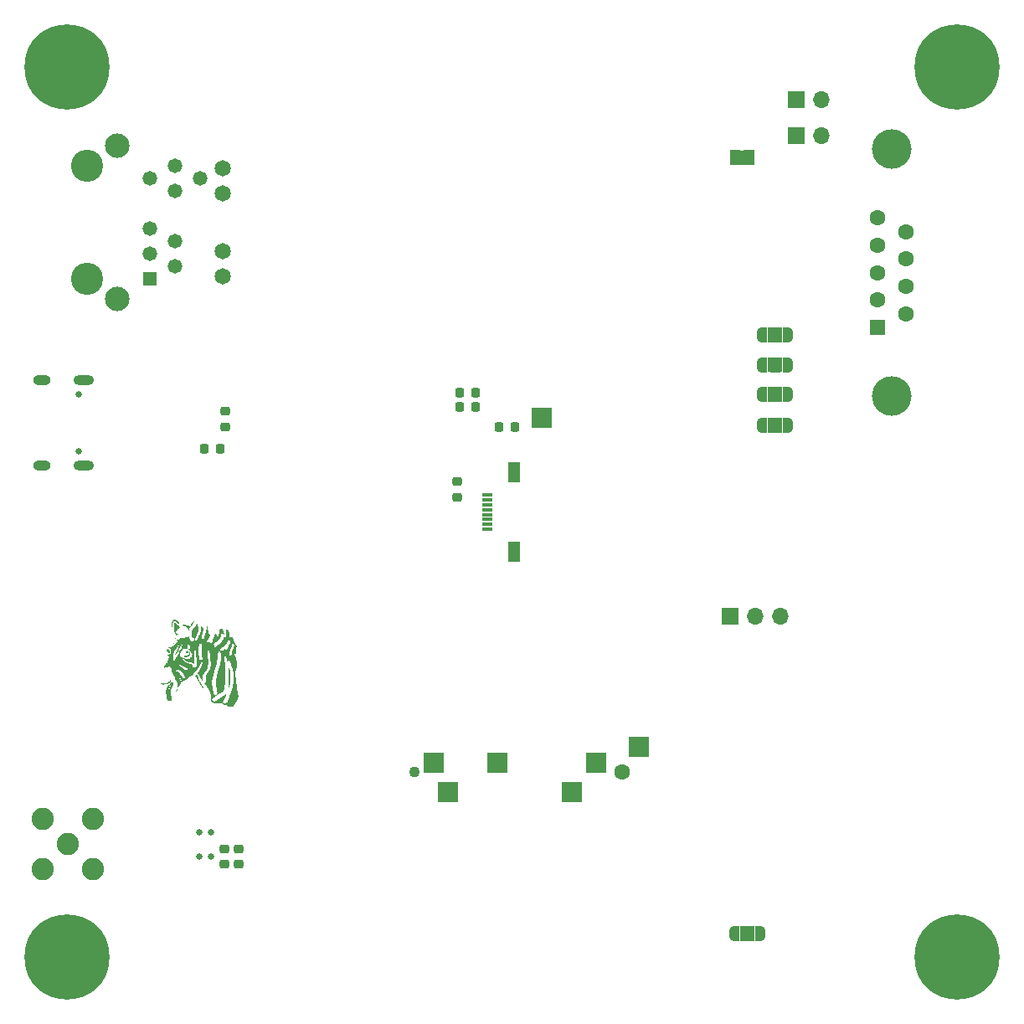
<source format=gbr>
%TF.GenerationSoftware,KiCad,Pcbnew,9.0.0-1.fc41*%
%TF.CreationDate,2025-03-05T15:22:44-08:00*%
%TF.ProjectId,hw_alpha,68775f61-6c70-4686-912e-6b696361645f,rev?*%
%TF.SameCoordinates,Original*%
%TF.FileFunction,Soldermask,Bot*%
%TF.FilePolarity,Negative*%
%FSLAX46Y46*%
G04 Gerber Fmt 4.6, Leading zero omitted, Abs format (unit mm)*
G04 Created by KiCad (PCBNEW 9.0.0-1.fc41) date 2025-03-05 15:22:44*
%MOMM*%
%LPD*%
G01*
G04 APERTURE LIST*
G04 Aperture macros list*
%AMRoundRect*
0 Rectangle with rounded corners*
0 $1 Rounding radius*
0 $2 $3 $4 $5 $6 $7 $8 $9 X,Y pos of 4 corners*
0 Add a 4 corners polygon primitive as box body*
4,1,4,$2,$3,$4,$5,$6,$7,$8,$9,$2,$3,0*
0 Add four circle primitives for the rounded corners*
1,1,$1+$1,$2,$3*
1,1,$1+$1,$4,$5*
1,1,$1+$1,$6,$7*
1,1,$1+$1,$8,$9*
0 Add four rect primitives between the rounded corners*
20,1,$1+$1,$2,$3,$4,$5,0*
20,1,$1+$1,$4,$5,$6,$7,0*
20,1,$1+$1,$6,$7,$8,$9,0*
20,1,$1+$1,$8,$9,$2,$3,0*%
%AMFreePoly0*
4,1,23,0.550000,-0.750000,0.000000,-0.750000,0.000000,-0.745722,-0.065263,-0.745722,-0.191342,-0.711940,-0.304381,-0.646677,-0.396677,-0.554381,-0.461940,-0.441342,-0.495722,-0.315263,-0.495722,-0.250000,-0.500000,-0.250000,-0.500000,0.250000,-0.495722,0.250000,-0.495722,0.315263,-0.461940,0.441342,-0.396677,0.554381,-0.304381,0.646677,-0.191342,0.711940,-0.065263,0.745722,0.000000,0.745722,
0.000000,0.750000,0.550000,0.750000,0.550000,-0.750000,0.550000,-0.750000,$1*%
%AMFreePoly1*
4,1,23,0.000000,0.745722,0.065263,0.745722,0.191342,0.711940,0.304381,0.646677,0.396677,0.554381,0.461940,0.441342,0.495722,0.315263,0.495722,0.250000,0.500000,0.250000,0.500000,-0.250000,0.495722,-0.250000,0.495722,-0.315263,0.461940,-0.441342,0.396677,-0.554381,0.304381,-0.646677,0.191342,-0.711940,0.065263,-0.745722,0.000000,-0.745722,0.000000,-0.750000,-0.550000,-0.750000,
-0.550000,0.750000,0.000000,0.750000,0.000000,0.745722,0.000000,0.745722,$1*%
%AMFreePoly2*
4,1,6,1.000000,0.000000,0.500000,-0.750000,-0.500000,-0.750000,-0.500000,0.750000,0.500000,0.750000,1.000000,0.000000,1.000000,0.000000,$1*%
%AMFreePoly3*
4,1,6,0.500000,-0.750000,-0.650000,-0.750000,-0.150000,0.000000,-0.650000,0.750000,0.500000,0.750000,0.500000,-0.750000,0.500000,-0.750000,$1*%
G04 Aperture macros list end*
%ADD10C,0.000000*%
%ADD11R,1.700000X1.700000*%
%ADD12O,1.700000X1.700000*%
%ADD13C,3.250000*%
%ADD14R,1.478000X1.478000*%
%ADD15C,1.478000*%
%ADD16C,1.650000*%
%ADD17C,2.475000*%
%ADD18C,0.900000*%
%ADD19C,8.600000*%
%ADD20C,2.250000*%
%ADD21C,1.100000*%
%ADD22C,1.600000*%
%ADD23C,0.650000*%
%ADD24O,2.100000X1.000000*%
%ADD25O,1.800000X1.000000*%
%ADD26C,0.630000*%
%ADD27C,4.000000*%
%ADD28R,1.600000X1.600000*%
%ADD29R,2.000000X2.000000*%
%ADD30FreePoly0,180.000000*%
%ADD31R,1.000000X1.500000*%
%ADD32FreePoly1,180.000000*%
%ADD33RoundRect,0.225000X-0.225000X-0.250000X0.225000X-0.250000X0.225000X0.250000X-0.225000X0.250000X0*%
%ADD34FreePoly0,0.000000*%
%ADD35FreePoly1,0.000000*%
%ADD36RoundRect,0.225000X0.225000X0.250000X-0.225000X0.250000X-0.225000X-0.250000X0.225000X-0.250000X0*%
%ADD37RoundRect,0.225000X0.250000X-0.225000X0.250000X0.225000X-0.250000X0.225000X-0.250000X-0.225000X0*%
%ADD38RoundRect,0.225000X-0.250000X0.225000X-0.250000X-0.225000X0.250000X-0.225000X0.250000X0.225000X0*%
%ADD39FreePoly2,0.000000*%
%ADD40FreePoly3,0.000000*%
%ADD41R,1.000000X0.300000*%
%ADD42R,1.300000X2.000000*%
G04 APERTURE END LIST*
%TO.C,JP4*%
G36*
X117350000Y-65487292D02*
G01*
X115850000Y-65487292D01*
X115850000Y-66987292D01*
X117350000Y-66987292D01*
X117350000Y-65487292D01*
G37*
%TO.C,JP3*%
G36*
X117350000Y-56344792D02*
G01*
X115850000Y-56344792D01*
X115850000Y-57844792D01*
X117350000Y-57844792D01*
X117350000Y-56344792D01*
G37*
%TO.C,JP5*%
G36*
X113050000Y-118350000D02*
G01*
X114550000Y-118350000D01*
X114550000Y-116850000D01*
X113050000Y-116850000D01*
X113050000Y-118350000D01*
G37*
%TO.C,JP1*%
G36*
X117350000Y-59344792D02*
G01*
X115850000Y-59344792D01*
X115850000Y-60844792D01*
X117350000Y-60844792D01*
X117350000Y-59344792D01*
G37*
%TO.C,JP2*%
G36*
X117350000Y-62344792D02*
G01*
X115850000Y-62344792D01*
X115850000Y-63844792D01*
X117350000Y-63844792D01*
X117350000Y-62344792D01*
G37*
%TO.C,JP6*%
G36*
X112100000Y-39925000D02*
G01*
X114550000Y-39925000D01*
X114550000Y-38425000D01*
X112100000Y-38425000D01*
X112100000Y-39925000D01*
G37*
D10*
%TO.C,G\u002A\u002A\u002A*%
G36*
X61263586Y-90151297D02*
G01*
X61253817Y-90161067D01*
X61244047Y-90151297D01*
X61253817Y-90141528D01*
X61263586Y-90151297D01*
G37*
G36*
X55051393Y-89244319D02*
G01*
X55079663Y-89262297D01*
X55078524Y-89274314D01*
X55051508Y-89281836D01*
X55027692Y-89278018D01*
X55011278Y-89262297D01*
X55014180Y-89253683D01*
X55039433Y-89242759D01*
X55051393Y-89244319D01*
G37*
G36*
X55181666Y-92490004D02*
G01*
X55181208Y-92521279D01*
X55165548Y-92568106D01*
X55164767Y-92569551D01*
X55145071Y-92595310D01*
X55134841Y-92589912D01*
X55136003Y-92560327D01*
X55150481Y-92513526D01*
X55158594Y-92494959D01*
X55172753Y-92475354D01*
X55181666Y-92490004D01*
G37*
G36*
X55141404Y-88762065D02*
G01*
X55124570Y-88777608D01*
X55085097Y-88799992D01*
X55037731Y-88821673D01*
X55002468Y-88831389D01*
X54991740Y-88821685D01*
X55000538Y-88812388D01*
X55034194Y-88794053D01*
X55078968Y-88775062D01*
X55119627Y-88761691D01*
X55140940Y-88760215D01*
X55141404Y-88762065D01*
G37*
G36*
X55854187Y-88208239D02*
G01*
X55823353Y-88243765D01*
X55808595Y-88258865D01*
X55771050Y-88291785D01*
X55747056Y-88304913D01*
X55742666Y-88303462D01*
X55747630Y-88286502D01*
X55771503Y-88257862D01*
X55805652Y-88226877D01*
X55841444Y-88202878D01*
X55856639Y-88197001D01*
X55854187Y-88208239D01*
G37*
G36*
X57250853Y-89052389D02*
G01*
X57286080Y-89092169D01*
X57293964Y-89147668D01*
X57291670Y-89156613D01*
X57265264Y-89197998D01*
X57221120Y-89237203D01*
X57189876Y-89257586D01*
X57149386Y-89277371D01*
X57116538Y-89277194D01*
X57076186Y-89259372D01*
X57043081Y-89237952D01*
X57007861Y-89189907D01*
X57010784Y-89135067D01*
X57052159Y-89075794D01*
X57076585Y-89055744D01*
X57136556Y-89031338D01*
X57197829Y-89031166D01*
X57250853Y-89052389D01*
G37*
G36*
X56177602Y-92859776D02*
G01*
X56184604Y-92877162D01*
X56193087Y-92914073D01*
X56183814Y-92948847D01*
X56153928Y-92998177D01*
X56142234Y-93014628D01*
X56092228Y-93070663D01*
X56041150Y-93112064D01*
X56030157Y-93118734D01*
X55992059Y-93141251D01*
X55974869Y-93150378D01*
X55980937Y-93138928D01*
X56003702Y-93103084D01*
X56038015Y-93051321D01*
X56065559Y-93007041D01*
X56103487Y-92935058D01*
X56127970Y-92874605D01*
X56151215Y-92797020D01*
X56177602Y-92859776D01*
G37*
G36*
X56886970Y-89008910D02*
G01*
X56886568Y-89012982D01*
X56869811Y-89027836D01*
X56853044Y-89040317D01*
X56820981Y-89077438D01*
X56781888Y-89130582D01*
X56764388Y-89156615D01*
X56730696Y-89216712D01*
X56714769Y-89272060D01*
X56710503Y-89340620D01*
X56709726Y-89390181D01*
X56706184Y-89423523D01*
X56697496Y-89428178D01*
X56681195Y-89409986D01*
X56680801Y-89409463D01*
X56657259Y-89360579D01*
X56658389Y-89304111D01*
X56685578Y-89233795D01*
X56740212Y-89143366D01*
X56761474Y-89112567D01*
X56810897Y-89048526D01*
X56850723Y-89007671D01*
X56877300Y-88993350D01*
X56886970Y-89008910D01*
G37*
G36*
X55200092Y-88852049D02*
G01*
X55251394Y-88862375D01*
X55304511Y-88885498D01*
X55346138Y-88914258D01*
X55362970Y-88941494D01*
X55363466Y-88947423D01*
X55377062Y-88989177D01*
X55403458Y-89039887D01*
X55424083Y-89082321D01*
X55429945Y-89152203D01*
X55397264Y-89218336D01*
X55394937Y-89220800D01*
X55359882Y-89236387D01*
X55307824Y-89242759D01*
X55276739Y-89241806D01*
X55253859Y-89234978D01*
X55261370Y-89219313D01*
X55284499Y-89181522D01*
X55271726Y-89155023D01*
X55225313Y-89145067D01*
X55191241Y-89140021D01*
X55131810Y-89108427D01*
X55087368Y-89057499D01*
X55069894Y-88998528D01*
X55079823Y-88958598D01*
X55111744Y-88908305D01*
X55154544Y-88868302D01*
X55196633Y-88851990D01*
X55200092Y-88852049D01*
G37*
G36*
X61435118Y-90827528D02*
G01*
X61446473Y-90877539D01*
X61476551Y-91046271D01*
X61501438Y-91242144D01*
X61520311Y-91456431D01*
X61532347Y-91680401D01*
X61536723Y-91905326D01*
X61536647Y-92011192D01*
X61535300Y-92107746D01*
X61531444Y-92183339D01*
X61523871Y-92247764D01*
X61511372Y-92310811D01*
X61492737Y-92382273D01*
X61466757Y-92471942D01*
X61437310Y-92568835D01*
X61406029Y-92666145D01*
X61377893Y-92748366D01*
X61356634Y-92804238D01*
X61341010Y-92839766D01*
X61321911Y-92879125D01*
X61312743Y-92892161D01*
X61312195Y-92886586D01*
X61313379Y-92850542D01*
X61317271Y-92788949D01*
X61323342Y-92710836D01*
X61337160Y-92540387D01*
X61357714Y-92254864D01*
X61372838Y-91990882D01*
X61383028Y-91737453D01*
X61388779Y-91483588D01*
X61390586Y-91218297D01*
X61390586Y-90644066D01*
X61435118Y-90827528D01*
G37*
G36*
X57389073Y-89106493D02*
G01*
X57422867Y-89129528D01*
X57450173Y-89179106D01*
X57466632Y-89244460D01*
X57467881Y-89314824D01*
X57466169Y-89327924D01*
X57430999Y-89436088D01*
X57360126Y-89528507D01*
X57253648Y-89605085D01*
X57111663Y-89665726D01*
X57087895Y-89672692D01*
X56991287Y-89684375D01*
X56903615Y-89670253D01*
X56836204Y-89631724D01*
X56833448Y-89629111D01*
X56802161Y-89595306D01*
X56789278Y-89573490D01*
X56789618Y-89572475D01*
X56811939Y-89563643D01*
X56862268Y-89554060D01*
X56930932Y-89545629D01*
X57024686Y-89530124D01*
X57129075Y-89499920D01*
X57224542Y-89460106D01*
X57301078Y-89414923D01*
X57348671Y-89368614D01*
X57364007Y-89337857D01*
X57371790Y-89287384D01*
X57366508Y-89213446D01*
X57363429Y-89187324D01*
X57360326Y-89136396D01*
X57366499Y-89112155D01*
X57383294Y-89105990D01*
X57389073Y-89106493D01*
G37*
G36*
X58162489Y-91414865D02*
G01*
X58170274Y-91424494D01*
X58201501Y-91481775D01*
X58236631Y-91571107D01*
X58273602Y-91687431D01*
X58296784Y-91763075D01*
X58331709Y-91866206D01*
X58366501Y-91958704D01*
X58396254Y-92026990D01*
X58415649Y-92063455D01*
X58459631Y-92139581D01*
X58518269Y-92236672D01*
X58587243Y-92347964D01*
X58662234Y-92466695D01*
X58738922Y-92586100D01*
X58812989Y-92699416D01*
X58880115Y-92799879D01*
X58935980Y-92880727D01*
X58976266Y-92935197D01*
X59045970Y-93022788D01*
X58958104Y-92954735D01*
X58935572Y-92937025D01*
X58773935Y-92790415D01*
X58638328Y-92626950D01*
X58519709Y-92435926D01*
X58477166Y-92359273D01*
X58417629Y-92256141D01*
X58360055Y-92160373D01*
X58312508Y-92085605D01*
X58276460Y-92030656D01*
X58218163Y-91939698D01*
X58154807Y-91839082D01*
X58094923Y-91742271D01*
X57968585Y-91535705D01*
X58042257Y-91450166D01*
X58115930Y-91364626D01*
X58162489Y-91414865D01*
G37*
G36*
X55935091Y-85896368D02*
G01*
X56018162Y-85908346D01*
X56102219Y-85940723D01*
X56194758Y-85997112D01*
X56303273Y-86081129D01*
X56425737Y-86183044D01*
X56361158Y-86199779D01*
X56313240Y-86221243D01*
X56286650Y-86254482D01*
X56278216Y-86276259D01*
X56261678Y-86292451D01*
X56255455Y-86288956D01*
X56227707Y-86262363D01*
X56185074Y-86215316D01*
X56133887Y-86154640D01*
X56054844Y-86062552D01*
X55989684Y-85999482D01*
X55935852Y-85966244D01*
X55888706Y-85961100D01*
X55843604Y-85982314D01*
X55795907Y-86028148D01*
X55744345Y-86103251D01*
X55707245Y-86210747D01*
X55695233Y-86343316D01*
X55694283Y-86389045D01*
X55689645Y-86478038D01*
X55682465Y-86564141D01*
X55674420Y-86620889D01*
X55664254Y-86660356D01*
X55654697Y-86669584D01*
X55642410Y-86647013D01*
X55622070Y-86597262D01*
X55598972Y-86532414D01*
X55596703Y-86525533D01*
X55564086Y-86382093D01*
X55561011Y-86249950D01*
X55585500Y-86133032D01*
X55635576Y-86035262D01*
X55709262Y-85960566D01*
X55804580Y-85912870D01*
X55919551Y-85896099D01*
X55935091Y-85896368D01*
G37*
G36*
X55495679Y-91987640D02*
G01*
X55491078Y-92031519D01*
X55473966Y-92110676D01*
X55466523Y-92140015D01*
X55445024Y-92195496D01*
X55410480Y-92240778D01*
X55352678Y-92291048D01*
X55286128Y-92341551D01*
X55224021Y-92379160D01*
X55162333Y-92401118D01*
X55087917Y-92411925D01*
X54987629Y-92416086D01*
X54955278Y-92416972D01*
X54882067Y-92420945D01*
X54828239Y-92426683D01*
X54803641Y-92433267D01*
X54779906Y-92444086D01*
X54726783Y-92442535D01*
X54659993Y-92425373D01*
X54589937Y-92397020D01*
X54527019Y-92361897D01*
X54481639Y-92324424D01*
X54464201Y-92289022D01*
X54465194Y-92285311D01*
X54489383Y-92274393D01*
X54537073Y-92271330D01*
X54596407Y-92275451D01*
X54655525Y-92286081D01*
X54702570Y-92302548D01*
X54718662Y-92310123D01*
X54764094Y-92322829D01*
X54823550Y-92325840D01*
X54909181Y-92320192D01*
X54989069Y-92310196D01*
X55054176Y-92293697D01*
X55118727Y-92265279D01*
X55198761Y-92219356D01*
X55209425Y-92212766D01*
X55289331Y-92157283D01*
X55364846Y-92095824D01*
X55420900Y-92040520D01*
X55460448Y-91996602D01*
X55486043Y-91976761D01*
X55495679Y-91987640D01*
G37*
G36*
X57927641Y-86025090D02*
G01*
X57903533Y-86062422D01*
X57828280Y-86177251D01*
X57767518Y-86266442D01*
X57716828Y-86336137D01*
X57671792Y-86392476D01*
X57627991Y-86441603D01*
X57546379Y-86537086D01*
X57460809Y-86656845D01*
X57390949Y-86776367D01*
X57344395Y-86883811D01*
X57311038Y-86984241D01*
X57284498Y-86880538D01*
X57273440Y-86842982D01*
X57246384Y-86773109D01*
X57218226Y-86721036D01*
X57202545Y-86700513D01*
X57133278Y-86633434D01*
X57055015Y-86585943D01*
X56977314Y-86562764D01*
X56909736Y-86568620D01*
X56895126Y-86572774D01*
X56863971Y-86570368D01*
X56824876Y-86548957D01*
X56768114Y-86504108D01*
X56757961Y-86495528D01*
X56711118Y-86454107D01*
X56689530Y-86427672D01*
X56688727Y-86408023D01*
X56704236Y-86386960D01*
X56716227Y-86375075D01*
X56742869Y-86359279D01*
X56779336Y-86353789D01*
X56832494Y-86358947D01*
X56909210Y-86375097D01*
X57016350Y-86402583D01*
X57022509Y-86404225D01*
X57130301Y-86431788D01*
X57213258Y-86449895D01*
X57283204Y-86460810D01*
X57351964Y-86466793D01*
X57361222Y-86471013D01*
X57387201Y-86501286D01*
X57414288Y-86550817D01*
X57451233Y-86633337D01*
X57473047Y-86575963D01*
X57479375Y-86557923D01*
X57498052Y-86494347D01*
X57514987Y-86424740D01*
X57534499Y-86359428D01*
X57593024Y-86247141D01*
X57675250Y-86147226D01*
X57773175Y-86068583D01*
X57878795Y-86020114D01*
X57901186Y-86014219D01*
X57928769Y-86011768D01*
X57927641Y-86025090D01*
G37*
G36*
X55930405Y-86177976D02*
G01*
X55976524Y-86213961D01*
X56032697Y-86264768D01*
X56107593Y-86336459D01*
X56171858Y-86396778D01*
X56216498Y-86435888D01*
X56246075Y-86456960D01*
X56265152Y-86463165D01*
X56278289Y-86457674D01*
X56290050Y-86443658D01*
X56298067Y-86433624D01*
X56314138Y-86423186D01*
X56331480Y-86431494D01*
X56353575Y-86462861D01*
X56383904Y-86521601D01*
X56425948Y-86612028D01*
X56458651Y-86684676D01*
X56476798Y-86729735D01*
X56480801Y-86752062D01*
X56471788Y-86758087D01*
X56450884Y-86754237D01*
X56428779Y-86750698D01*
X56353780Y-86758256D01*
X56279206Y-86787849D01*
X56223552Y-86833067D01*
X56196483Y-86884543D01*
X56183586Y-86950778D01*
X56183537Y-86956473D01*
X56177623Y-86997863D01*
X56162937Y-87004919D01*
X56158943Y-87002837D01*
X56116373Y-87000135D01*
X56063729Y-87016260D01*
X56018875Y-87046107D01*
X56011399Y-87054581D01*
X55990071Y-87109463D01*
X55997364Y-87171456D01*
X56032163Y-87225478D01*
X56057659Y-87244636D01*
X56116041Y-87277673D01*
X56183586Y-87307694D01*
X56226977Y-87325120D01*
X56301124Y-87357853D01*
X56359432Y-87387019D01*
X56427817Y-87425197D01*
X56300817Y-87414745D01*
X56245678Y-87411626D01*
X56173992Y-87415656D01*
X56124970Y-87432498D01*
X56086620Y-87450676D01*
X56057872Y-87456646D01*
X56039495Y-87440109D01*
X56009060Y-87395100D01*
X55972450Y-87330389D01*
X55934237Y-87254611D01*
X55898994Y-87176400D01*
X55871296Y-87104388D01*
X55847156Y-87011517D01*
X55833348Y-86850388D01*
X55833872Y-86822305D01*
X55837422Y-86734409D01*
X55843562Y-86633093D01*
X55851607Y-86525847D01*
X55860871Y-86420162D01*
X55870666Y-86323529D01*
X55880305Y-86243437D01*
X55889103Y-86187379D01*
X55896372Y-86162844D01*
X55901551Y-86162204D01*
X55930405Y-86177976D01*
G37*
G36*
X55757651Y-92358083D02*
G01*
X55732473Y-92440363D01*
X55694105Y-92531764D01*
X55645687Y-92622913D01*
X55643015Y-92627435D01*
X55594863Y-92721489D01*
X55550586Y-92829312D01*
X55514151Y-92939032D01*
X55489526Y-93038775D01*
X55480679Y-93116670D01*
X55481043Y-93131714D01*
X55488146Y-93210319D01*
X55501327Y-93286837D01*
X55507767Y-93317528D01*
X55521365Y-93391757D01*
X55536640Y-93483607D01*
X55551346Y-93579914D01*
X55560246Y-93640909D01*
X55573356Y-93729758D01*
X55584350Y-93803116D01*
X55591502Y-93849390D01*
X55588785Y-93931877D01*
X55553970Y-94011519D01*
X55491528Y-94070997D01*
X55444195Y-94093294D01*
X55357477Y-94104768D01*
X55274251Y-94082256D01*
X55201976Y-94028470D01*
X55148112Y-93946122D01*
X55137711Y-93916994D01*
X55119506Y-93844729D01*
X55102574Y-93754224D01*
X55089556Y-93658451D01*
X55083054Y-93601785D01*
X55070601Y-93506264D01*
X55058019Y-93423024D01*
X55047230Y-93365374D01*
X55034576Y-93288799D01*
X55026847Y-93184014D01*
X55026819Y-93160220D01*
X55216693Y-93160220D01*
X55217499Y-93235051D01*
X55221129Y-93358233D01*
X55226994Y-93477921D01*
X55234337Y-93576326D01*
X55242480Y-93650817D01*
X55253730Y-93717471D01*
X55267372Y-93756915D01*
X55285108Y-93775838D01*
X55305620Y-93782752D01*
X55350653Y-93770040D01*
X55353014Y-93768253D01*
X55367882Y-93750996D01*
X55373882Y-93723423D01*
X55371623Y-93676161D01*
X55361715Y-93599836D01*
X55355093Y-93547130D01*
X55345197Y-93447017D01*
X55336350Y-93334390D01*
X55329896Y-93225070D01*
X55319173Y-92996842D01*
X55389918Y-92853666D01*
X55397691Y-92837631D01*
X55429701Y-92764413D01*
X55452179Y-92701254D01*
X55460663Y-92660347D01*
X55469281Y-92626013D01*
X55500223Y-92566494D01*
X55548586Y-92496977D01*
X55553131Y-92491090D01*
X55595311Y-92432833D01*
X55625174Y-92385177D01*
X55636509Y-92357946D01*
X55636296Y-92351089D01*
X55625863Y-92326490D01*
X55598056Y-92329551D01*
X55550549Y-92361237D01*
X55481013Y-92422514D01*
X55451297Y-92450758D01*
X55400741Y-92503429D01*
X55368244Y-92549886D01*
X55345651Y-92603438D01*
X55324803Y-92677394D01*
X55324017Y-92680446D01*
X55300839Y-92758382D01*
X55275155Y-92827364D01*
X55252379Y-92872779D01*
X55239625Y-92895131D01*
X55227999Y-92930839D01*
X55220965Y-92981589D01*
X55217527Y-93055383D01*
X55216693Y-93160220D01*
X55026819Y-93160220D01*
X55026719Y-93076103D01*
X55034137Y-92978895D01*
X55049046Y-92906220D01*
X55053103Y-92894604D01*
X55077258Y-92832916D01*
X55110820Y-92753915D01*
X55147825Y-92671759D01*
X55163342Y-92639218D01*
X55202699Y-92566752D01*
X55247307Y-92502996D01*
X55305551Y-92436867D01*
X55385819Y-92357282D01*
X55448094Y-92300222D01*
X55514916Y-92244441D01*
X55570070Y-92204120D01*
X55605662Y-92185429D01*
X55606216Y-92185292D01*
X55670969Y-92187039D01*
X55728240Y-92218273D01*
X55763468Y-92271090D01*
X55766503Y-92294299D01*
X55757670Y-92357946D01*
X55757651Y-92358083D01*
G37*
G36*
X60957668Y-87521500D02*
G01*
X60959326Y-87528614D01*
X60988061Y-87645396D01*
X61011225Y-87726095D01*
X61028552Y-87769886D01*
X61039776Y-87775946D01*
X61040819Y-87773534D01*
X61046333Y-87739589D01*
X61051862Y-87674152D01*
X61057033Y-87583569D01*
X61061471Y-87474181D01*
X61064800Y-87352333D01*
X61067129Y-87244100D01*
X61069923Y-87137098D01*
X61073199Y-87059351D01*
X61077681Y-87005366D01*
X61084094Y-86969648D01*
X61093160Y-86946703D01*
X61105606Y-86931037D01*
X61122154Y-86917156D01*
X61173171Y-86887998D01*
X61238081Y-86882704D01*
X61297715Y-86913378D01*
X61349096Y-86978255D01*
X61389244Y-87075568D01*
X61396681Y-87101353D01*
X61418750Y-87189943D01*
X61437438Y-87288121D01*
X61453843Y-87403256D01*
X61469061Y-87542718D01*
X61484186Y-87713874D01*
X61491108Y-87803682D01*
X61497007Y-87902861D01*
X61497885Y-87968317D01*
X61493578Y-88003045D01*
X61483918Y-88010040D01*
X61468740Y-87992297D01*
X61467967Y-87991209D01*
X61439816Y-87978142D01*
X61392097Y-87972759D01*
X61387739Y-87972814D01*
X61330839Y-87985763D01*
X61277922Y-88024323D01*
X61224771Y-88092659D01*
X61167171Y-88194935D01*
X61157661Y-88212907D01*
X61109257Y-88293313D01*
X61048715Y-88382449D01*
X60986883Y-88464114D01*
X60935312Y-88525158D01*
X60875072Y-88585679D01*
X60813962Y-88630977D01*
X60739680Y-88671365D01*
X60718806Y-88681718D01*
X60623757Y-88736575D01*
X60562431Y-88789548D01*
X60530832Y-88845028D01*
X60524967Y-88907408D01*
X60525926Y-88916998D01*
X60542936Y-88971723D01*
X60583763Y-89007302D01*
X60597273Y-89014462D01*
X60620985Y-89022292D01*
X60648425Y-89020584D01*
X60687274Y-89007112D01*
X60745213Y-88979650D01*
X60829922Y-88935972D01*
X61023212Y-88835103D01*
X61050591Y-88897277D01*
X61053438Y-88903420D01*
X61080317Y-88943188D01*
X61107009Y-88959451D01*
X61122802Y-88946806D01*
X61154431Y-88901508D01*
X61198550Y-88826380D01*
X61253430Y-88724640D01*
X61317344Y-88599508D01*
X61388564Y-88454201D01*
X61465362Y-88291938D01*
X61483108Y-88253599D01*
X61510175Y-88190799D01*
X61526446Y-88139314D01*
X61534297Y-88086550D01*
X61536105Y-88019917D01*
X61534244Y-87926821D01*
X61533361Y-87877154D01*
X61536330Y-87777927D01*
X61548628Y-87709934D01*
X61572678Y-87667900D01*
X61610906Y-87646549D01*
X61665734Y-87640605D01*
X61722507Y-87651650D01*
X61768741Y-87691079D01*
X61800061Y-87762013D01*
X61818501Y-87867469D01*
X61820145Y-87883113D01*
X61829904Y-87949867D01*
X61846349Y-87998633D01*
X61876494Y-88044583D01*
X61927357Y-88102891D01*
X61955710Y-88135206D01*
X62059152Y-88284841D01*
X62125810Y-88443256D01*
X62127140Y-88450789D01*
X62154932Y-88608139D01*
X62145770Y-88777175D01*
X62133029Y-88854894D01*
X62116065Y-88962057D01*
X62101594Y-89057143D01*
X62087911Y-89143845D01*
X62069208Y-89238043D01*
X62050132Y-89301386D01*
X62029118Y-89338673D01*
X62004602Y-89354706D01*
X61983243Y-89364242D01*
X61966970Y-89386754D01*
X61968460Y-89399684D01*
X61980658Y-89451263D01*
X62003736Y-89531374D01*
X62035989Y-89634481D01*
X62075711Y-89755044D01*
X62121196Y-89887528D01*
X62149768Y-89972060D01*
X62193061Y-90120345D01*
X62218495Y-90245655D01*
X62227328Y-90355166D01*
X62220818Y-90456058D01*
X62219838Y-90462852D01*
X62199672Y-90564423D01*
X62168253Y-90684172D01*
X62129946Y-90807910D01*
X62089121Y-90921448D01*
X62050143Y-91010596D01*
X62041406Y-91028068D01*
X62022716Y-91070448D01*
X62011697Y-91110952D01*
X62007114Y-91159794D01*
X62007729Y-91227189D01*
X62012309Y-91323351D01*
X62018244Y-91401918D01*
X62032217Y-91529118D01*
X62050778Y-91662255D01*
X62071533Y-91782759D01*
X62084412Y-91851788D01*
X62104875Y-91977645D01*
X62123129Y-92114603D01*
X62123773Y-92120534D01*
X62139976Y-92269653D01*
X62156222Y-92449785D01*
X62172670Y-92661990D01*
X62175871Y-92703910D01*
X62191166Y-92857963D01*
X62211751Y-92991627D01*
X62240320Y-93119918D01*
X62279567Y-93257852D01*
X62313770Y-93386127D01*
X62335800Y-93536652D01*
X62331535Y-93671727D01*
X62301271Y-93798749D01*
X62296226Y-93813297D01*
X62273903Y-93873806D01*
X62249817Y-93930314D01*
X62220117Y-93990213D01*
X62180954Y-94060891D01*
X62128480Y-94149738D01*
X62058845Y-94264143D01*
X62008984Y-94344269D01*
X61935899Y-94454692D01*
X61872665Y-94537815D01*
X61814411Y-94598403D01*
X61756263Y-94641223D01*
X61693349Y-94671041D01*
X61620798Y-94692621D01*
X61565846Y-94702657D01*
X61497229Y-94703901D01*
X61423769Y-94690407D01*
X61338720Y-94660191D01*
X61235334Y-94611272D01*
X61106863Y-94541669D01*
X61059590Y-94517254D01*
X60949118Y-94469493D01*
X60819499Y-94421924D01*
X60683347Y-94378713D01*
X60553277Y-94344028D01*
X60441903Y-94322035D01*
X60439333Y-94321666D01*
X60340214Y-94312721D01*
X60223464Y-94309876D01*
X60109497Y-94313648D01*
X59986052Y-94318179D01*
X59884198Y-94310398D01*
X59801330Y-94287053D01*
X59727848Y-94245383D01*
X59654150Y-94182625D01*
X59636327Y-94165183D01*
X59591604Y-94116144D01*
X59572418Y-94081820D01*
X59574412Y-94055256D01*
X59577023Y-94047480D01*
X59585245Y-94002076D01*
X59590969Y-93949723D01*
X59696177Y-93949723D01*
X59700969Y-93993596D01*
X59733352Y-94066038D01*
X59797810Y-94117403D01*
X59869516Y-94142527D01*
X59948092Y-94139720D01*
X60038326Y-94105355D01*
X60039457Y-94104782D01*
X60113160Y-94062158D01*
X60205177Y-94001417D01*
X60304780Y-93930220D01*
X60401242Y-93856230D01*
X60483836Y-93787110D01*
X60513803Y-93762414D01*
X60584531Y-93710660D01*
X60669806Y-93653638D01*
X60757238Y-93599836D01*
X60810370Y-93568194D01*
X60896054Y-93515093D01*
X60971383Y-93466063D01*
X61024524Y-93428682D01*
X61108119Y-93364991D01*
X61095105Y-93418913D01*
X61081775Y-93466746D01*
X61054975Y-93549791D01*
X61021521Y-93645443D01*
X60985946Y-93741212D01*
X60952784Y-93824609D01*
X60926571Y-93883143D01*
X60919276Y-93897046D01*
X60880215Y-93962044D01*
X60840839Y-94016527D01*
X60816171Y-94053043D01*
X60793189Y-94132953D01*
X60805191Y-94213615D01*
X60851775Y-94285185D01*
X60881621Y-94310213D01*
X60958083Y-94341086D01*
X61042780Y-94335437D01*
X61131463Y-94293146D01*
X61174485Y-94254817D01*
X61231486Y-94175522D01*
X61289298Y-94062182D01*
X61348725Y-93913164D01*
X61410574Y-93726836D01*
X61435355Y-93646647D01*
X61474814Y-93520785D01*
X61508109Y-93418219D01*
X61538451Y-93329720D01*
X61569053Y-93246059D01*
X61603125Y-93158006D01*
X61643879Y-93056333D01*
X61683062Y-92954387D01*
X61748878Y-92761838D01*
X61812780Y-92549661D01*
X61871022Y-92329836D01*
X61873447Y-92319094D01*
X61884277Y-92235116D01*
X61889500Y-92120534D01*
X61889492Y-91982191D01*
X61884624Y-91826926D01*
X61875270Y-91661582D01*
X61861803Y-91492999D01*
X61844597Y-91328017D01*
X61824023Y-91173479D01*
X61800457Y-91036225D01*
X61800356Y-91035714D01*
X61763488Y-90881997D01*
X61710038Y-90704767D01*
X61643486Y-90513999D01*
X61567311Y-90319671D01*
X61484992Y-90131759D01*
X61477432Y-90115496D01*
X61421808Y-89997868D01*
X61378035Y-89911482D01*
X61342794Y-89852225D01*
X61312768Y-89815983D01*
X61284639Y-89798643D01*
X61255090Y-89796091D01*
X61220802Y-89804215D01*
X61208796Y-89808310D01*
X61183453Y-89820871D01*
X61190317Y-89826918D01*
X61215958Y-89840771D01*
X61224509Y-89884801D01*
X61224873Y-89903256D01*
X61228393Y-89966399D01*
X61234443Y-90036224D01*
X61244378Y-90131759D01*
X61212330Y-90063374D01*
X61186852Y-90002774D01*
X61142025Y-89832455D01*
X61127049Y-89639729D01*
X61126897Y-89606526D01*
X61124858Y-89538778D01*
X61118931Y-89498619D01*
X61107197Y-89477644D01*
X61087740Y-89467451D01*
X61047531Y-89459388D01*
X61003483Y-89469176D01*
X60968249Y-89506302D01*
X60938552Y-89574675D01*
X60911119Y-89678203D01*
X60901910Y-89740449D01*
X60899629Y-89859493D01*
X60910963Y-89996207D01*
X60934822Y-90139504D01*
X60970116Y-90278297D01*
X60983509Y-90325589D01*
X61011300Y-90457731D01*
X61030669Y-90611369D01*
X61041928Y-90790731D01*
X61045390Y-91000048D01*
X61041366Y-91243549D01*
X61040014Y-91288487D01*
X61036117Y-91403337D01*
X61031560Y-91513366D01*
X61025982Y-91624040D01*
X61019018Y-91740825D01*
X61010306Y-91869190D01*
X60999482Y-92014601D01*
X60986183Y-92182525D01*
X60970045Y-92378429D01*
X60950706Y-92607780D01*
X60945761Y-92661430D01*
X60926307Y-92807053D01*
X60898407Y-92922040D01*
X60858743Y-93012631D01*
X60804003Y-93085072D01*
X60730872Y-93145605D01*
X60636033Y-93200474D01*
X60574636Y-93233574D01*
X60493978Y-93281060D01*
X60412049Y-93332594D01*
X60337702Y-93382408D01*
X60279788Y-93424736D01*
X60247159Y-93453812D01*
X60228573Y-93471771D01*
X60180151Y-93510986D01*
X60113107Y-93561261D01*
X60035736Y-93616689D01*
X59956331Y-93671362D01*
X59883185Y-93719371D01*
X59824592Y-93754811D01*
X59755483Y-93804030D01*
X59709255Y-93869891D01*
X59696177Y-93949723D01*
X59590969Y-93949723D01*
X59592797Y-93933001D01*
X59598318Y-93851847D01*
X59595410Y-93672413D01*
X59564715Y-93452091D01*
X59507251Y-93234407D01*
X59425864Y-93032876D01*
X59396856Y-92976041D01*
X59348552Y-92889737D01*
X59302378Y-92815914D01*
X59265297Y-92766145D01*
X59232824Y-92727233D01*
X59181018Y-92660955D01*
X59120778Y-92580879D01*
X59059549Y-92496750D01*
X58920532Y-92302204D01*
X58979098Y-92277578D01*
X59013265Y-92256014D01*
X59059034Y-92197917D01*
X59066597Y-92176893D01*
X59682587Y-92176893D01*
X59692475Y-92406164D01*
X59721070Y-92668633D01*
X59768408Y-92964836D01*
X59769599Y-92971416D01*
X59788202Y-93075055D01*
X59805359Y-93172082D01*
X59819210Y-93251888D01*
X59827893Y-93303864D01*
X59851157Y-93379114D01*
X59893063Y-93445567D01*
X59899158Y-93452001D01*
X59966249Y-93498563D01*
X60039584Y-93513772D01*
X60108666Y-93495211D01*
X60147793Y-93466488D01*
X60182736Y-93417800D01*
X60201766Y-93351095D01*
X60205445Y-93261725D01*
X60194334Y-93145040D01*
X60168997Y-92996394D01*
X60132817Y-92801355D01*
X60101012Y-92601716D01*
X60080482Y-92426603D01*
X60071086Y-92269104D01*
X60072684Y-92122309D01*
X60085132Y-91979308D01*
X60108291Y-91833191D01*
X60142018Y-91677046D01*
X60182092Y-91512131D01*
X60260623Y-91208116D01*
X60336764Y-90939252D01*
X60409992Y-90707426D01*
X60437793Y-90616655D01*
X60480372Y-90444963D01*
X60518809Y-90251036D01*
X60551527Y-90045251D01*
X60576947Y-89837983D01*
X60593492Y-89639606D01*
X60599585Y-89460496D01*
X60599592Y-89455909D01*
X60598386Y-89391021D01*
X61420561Y-89391021D01*
X61424028Y-89437804D01*
X61430711Y-89455909D01*
X61435430Y-89468693D01*
X61456597Y-89494386D01*
X61502492Y-89528131D01*
X61552589Y-89534372D01*
X61594970Y-89505326D01*
X61627014Y-89443000D01*
X61646097Y-89349398D01*
X61649013Y-89328478D01*
X61671874Y-89234031D01*
X61713540Y-89109999D01*
X61773013Y-88959451D01*
X61793756Y-88909314D01*
X61854712Y-88753021D01*
X61897019Y-88626595D01*
X61921297Y-88526897D01*
X61928166Y-88450789D01*
X61918248Y-88395132D01*
X61892163Y-88356787D01*
X61891472Y-88356165D01*
X61832824Y-88324202D01*
X61774362Y-88326079D01*
X61723466Y-88357299D01*
X61687517Y-88413365D01*
X61673894Y-88489781D01*
X61673697Y-88498241D01*
X61665312Y-88554626D01*
X61643470Y-88631553D01*
X61606659Y-88733738D01*
X61553367Y-88865896D01*
X61524969Y-88934608D01*
X61485105Y-89035512D01*
X61457617Y-89114290D01*
X61439963Y-89179543D01*
X61429602Y-89239874D01*
X61423994Y-89303886D01*
X61423197Y-89317646D01*
X61420561Y-89391021D01*
X60598386Y-89391021D01*
X60598293Y-89386039D01*
X60591939Y-89331114D01*
X60577099Y-89278829D01*
X60550340Y-89216882D01*
X60508232Y-89132971D01*
X60486839Y-89092613D01*
X60436809Y-89008102D01*
X60392861Y-88947534D01*
X60358130Y-88914885D01*
X60335751Y-88914136D01*
X60335491Y-88914609D01*
X60331265Y-88938939D01*
X60324497Y-88993785D01*
X60316064Y-89071543D01*
X60306844Y-89164605D01*
X60285299Y-89373159D01*
X60257508Y-89603225D01*
X60226831Y-89823051D01*
X60194092Y-90027839D01*
X60160122Y-90212794D01*
X60125746Y-90373117D01*
X60091792Y-90504012D01*
X60059089Y-90600682D01*
X60049591Y-90624722D01*
X60012648Y-90728489D01*
X59970202Y-90860201D01*
X59924430Y-91011944D01*
X59877508Y-91175806D01*
X59831611Y-91343876D01*
X59788914Y-91508241D01*
X59751594Y-91660990D01*
X59721827Y-91794210D01*
X59701788Y-91899990D01*
X59691375Y-91980282D01*
X59682587Y-92176893D01*
X59066597Y-92176893D01*
X59085645Y-92123946D01*
X59086613Y-92047949D01*
X59078640Y-92003355D01*
X59064971Y-91914694D01*
X59051661Y-91816188D01*
X59040211Y-91719936D01*
X59032122Y-91638039D01*
X59028895Y-91582596D01*
X59029626Y-91560577D01*
X59045717Y-91502663D01*
X59088907Y-91445827D01*
X59165608Y-91360259D01*
X59265741Y-91233790D01*
X59353387Y-91106449D01*
X59419444Y-90990766D01*
X59455343Y-90910448D01*
X59492995Y-90798342D01*
X59519554Y-90675665D01*
X59535301Y-90537860D01*
X59540513Y-90380366D01*
X59535471Y-90198624D01*
X59520452Y-89988075D01*
X59495737Y-89744161D01*
X59494483Y-89732966D01*
X59478951Y-89587172D01*
X59464205Y-89436740D01*
X59451227Y-89292526D01*
X59440998Y-89165390D01*
X59434498Y-89066188D01*
X59434430Y-89064916D01*
X59427065Y-88950464D01*
X59417955Y-88871187D01*
X59405402Y-88823222D01*
X59387710Y-88802703D01*
X59363181Y-88805766D01*
X59330117Y-88828546D01*
X59321651Y-88836324D01*
X59297478Y-88871015D01*
X59279159Y-88922146D01*
X59266351Y-88993459D01*
X59258709Y-89088696D01*
X59255891Y-89211600D01*
X59257552Y-89365912D01*
X59263348Y-89555374D01*
X59270183Y-89747382D01*
X59276554Y-89970169D01*
X59279031Y-90161131D01*
X59276681Y-90324361D01*
X59268576Y-90463953D01*
X59253784Y-90583999D01*
X59231378Y-90688593D01*
X59200425Y-90781827D01*
X59159997Y-90867794D01*
X59109164Y-90950587D01*
X59046994Y-91034300D01*
X58972560Y-91123026D01*
X58884929Y-91220856D01*
X58856734Y-91252346D01*
X58782836Y-91345049D01*
X58735909Y-91428584D01*
X58712532Y-91513739D01*
X58709280Y-91611303D01*
X58722732Y-91732062D01*
X58723990Y-91740531D01*
X58734485Y-91831104D01*
X58740250Y-91919196D01*
X58740063Y-91986842D01*
X58733355Y-92083464D01*
X58633965Y-91937996D01*
X58602756Y-91890164D01*
X58545061Y-91794454D01*
X58485391Y-91688380D01*
X58432607Y-91587374D01*
X58418048Y-91558323D01*
X58364528Y-91457694D01*
X58320136Y-91387660D01*
X58280884Y-91343493D01*
X58242780Y-91320462D01*
X58201833Y-91313836D01*
X58194308Y-91313807D01*
X58173013Y-91311264D01*
X58170415Y-91299606D01*
X58188609Y-91271853D01*
X58229689Y-91221028D01*
X58276974Y-91162528D01*
X58321895Y-91102929D01*
X58361726Y-91043355D01*
X58401942Y-90974981D01*
X58448018Y-90888980D01*
X58505428Y-90776528D01*
X58549278Y-90685083D01*
X58610574Y-90540656D01*
X58663689Y-90395612D01*
X58706533Y-90256946D01*
X58737019Y-90131651D01*
X58753057Y-90026721D01*
X58752557Y-89949149D01*
X58749627Y-89929092D01*
X58740356Y-89852400D01*
X58734721Y-89785626D01*
X58734242Y-89778885D01*
X58721742Y-89720886D01*
X58699629Y-89678164D01*
X58684436Y-89657312D01*
X58665107Y-89613940D01*
X58649513Y-89552799D01*
X58637287Y-89470342D01*
X58628063Y-89363023D01*
X58621474Y-89227295D01*
X58617154Y-89059614D01*
X58614736Y-88856432D01*
X58614630Y-88841622D01*
X58613399Y-88683288D01*
X58611986Y-88558856D01*
X58610006Y-88463548D01*
X58607073Y-88392586D01*
X58602801Y-88341192D01*
X58596805Y-88304588D01*
X58588698Y-88277997D01*
X58578095Y-88256641D01*
X58564609Y-88235741D01*
X58518432Y-88167454D01*
X58474159Y-88221529D01*
X58469360Y-88227888D01*
X58440966Y-88278329D01*
X58409363Y-88350359D01*
X58380542Y-88430598D01*
X58371146Y-88460644D01*
X58357134Y-88510341D01*
X58346806Y-88558738D01*
X58339581Y-88612564D01*
X58334883Y-88678549D01*
X58332132Y-88763423D01*
X58330887Y-88862850D01*
X58330749Y-88873914D01*
X58330158Y-89016752D01*
X58332052Y-89211176D01*
X58339779Y-89407272D01*
X58353155Y-89575324D01*
X58371888Y-89712638D01*
X58395685Y-89816519D01*
X58424254Y-89884275D01*
X58456697Y-89918485D01*
X58514364Y-89954105D01*
X58577151Y-89976698D01*
X58628862Y-89978783D01*
X58649331Y-89975034D01*
X58664970Y-89978384D01*
X58661843Y-89993910D01*
X58643558Y-90043717D01*
X58611748Y-90117287D01*
X58569662Y-90207977D01*
X58520552Y-90309144D01*
X58467668Y-90414144D01*
X58414260Y-90516335D01*
X58399251Y-90543799D01*
X58363580Y-90609072D01*
X58318877Y-90685712D01*
X58299087Y-90717787D01*
X58214293Y-90848201D01*
X58208919Y-90856466D01*
X58117069Y-90983619D01*
X58016345Y-91108248D01*
X57899555Y-91239359D01*
X57759506Y-91385954D01*
X57694589Y-91451133D01*
X57632630Y-91509071D01*
X57585136Y-91546364D01*
X57545828Y-91567819D01*
X57508431Y-91578242D01*
X57471369Y-91588972D01*
X57404196Y-91620487D01*
X57338901Y-91662431D01*
X57322509Y-91674884D01*
X57306268Y-91687433D01*
X57204980Y-91765697D01*
X57092033Y-91855424D01*
X56992701Y-91936802D01*
X56916016Y-92002567D01*
X56901473Y-92014794D01*
X56880633Y-92032315D01*
X56837118Y-92063669D01*
X56810867Y-92075836D01*
X56804894Y-92076453D01*
X56763704Y-92090327D01*
X56704668Y-92117727D01*
X56639753Y-92152362D01*
X56580929Y-92187939D01*
X56540163Y-92218166D01*
X56513933Y-92251752D01*
X56496201Y-92317455D01*
X56493425Y-92337211D01*
X56471385Y-92395916D01*
X56432666Y-92469262D01*
X56383666Y-92547421D01*
X56330784Y-92620566D01*
X56280419Y-92678871D01*
X56238971Y-92712506D01*
X56237180Y-92713444D01*
X56199267Y-92739826D01*
X56183586Y-92763440D01*
X56182789Y-92770898D01*
X56172435Y-92774582D01*
X56172215Y-92774328D01*
X56171421Y-92750003D01*
X56179291Y-92699068D01*
X56194197Y-92632193D01*
X56202979Y-92592763D01*
X56217411Y-92488259D01*
X56218456Y-92396600D01*
X56208054Y-92335945D01*
X56174334Y-92231453D01*
X56124219Y-92120569D01*
X56063899Y-92016427D01*
X55999564Y-91932158D01*
X55999534Y-91932126D01*
X55958666Y-91883003D01*
X55943448Y-91849219D01*
X55949520Y-91821096D01*
X55962627Y-91779852D01*
X55968663Y-91723925D01*
X55968636Y-91720002D01*
X55964967Y-91688692D01*
X55951506Y-91658809D01*
X55923093Y-91623868D01*
X55874568Y-91577384D01*
X55800772Y-91512871D01*
X55785537Y-91496072D01*
X55774536Y-91478278D01*
X56320884Y-91478278D01*
X56322154Y-91528653D01*
X56329193Y-91597386D01*
X56341631Y-91676593D01*
X56344468Y-91691291D01*
X56369090Y-91788439D01*
X56401906Y-91884238D01*
X56438187Y-91966268D01*
X56473200Y-92022105D01*
X56491812Y-92040415D01*
X56533258Y-92054623D01*
X56571699Y-92030190D01*
X56576424Y-92014794D01*
X56571015Y-91980991D01*
X56552151Y-91926077D01*
X56518251Y-91845564D01*
X56467732Y-91734959D01*
X56444830Y-91686106D01*
X56402816Y-91597611D01*
X56367788Y-91525302D01*
X56342880Y-91475610D01*
X56331226Y-91454963D01*
X56325755Y-91454149D01*
X56320884Y-91478278D01*
X55774536Y-91478278D01*
X55753538Y-91444315D01*
X55725888Y-91381144D01*
X55715944Y-91353645D01*
X55684632Y-91272733D01*
X55654433Y-91200967D01*
X55627518Y-91111752D01*
X55625142Y-91086590D01*
X55999243Y-91086590D01*
X56002303Y-91089908D01*
X56033547Y-91090859D01*
X56076160Y-91110502D01*
X56091049Y-91118975D01*
X56150072Y-91142669D01*
X56217223Y-91160269D01*
X56231697Y-91163202D01*
X56299102Y-91185911D01*
X56356283Y-91225525D01*
X56410872Y-91288733D01*
X56470499Y-91382220D01*
X56523767Y-91468530D01*
X56588199Y-91563211D01*
X56653357Y-91650597D01*
X56714069Y-91724111D01*
X56765167Y-91777178D01*
X56801480Y-91803222D01*
X56835439Y-91815366D01*
X56854050Y-91820293D01*
X56859209Y-91818332D01*
X56886970Y-91808276D01*
X56916208Y-91794221D01*
X56955371Y-91749416D01*
X56962494Y-91687433D01*
X56937649Y-91611704D01*
X56880910Y-91525665D01*
X56855192Y-91492858D01*
X56798965Y-91417661D01*
X56736011Y-91330285D01*
X56675743Y-91243664D01*
X56675607Y-91243465D01*
X56612183Y-91154329D01*
X56559952Y-91091642D01*
X56511485Y-91047522D01*
X56459351Y-91014087D01*
X56452794Y-91010596D01*
X56342429Y-90972126D01*
X56229657Y-90966825D01*
X56123304Y-90993898D01*
X56032195Y-91052552D01*
X56020523Y-91063563D01*
X55999243Y-91086590D01*
X55625142Y-91086590D01*
X55616970Y-91000070D01*
X55616312Y-90966200D01*
X55600759Y-90856838D01*
X55560805Y-90766182D01*
X55491499Y-90681667D01*
X55451455Y-90645307D01*
X55402885Y-90617890D01*
X55348674Y-90610451D01*
X55295539Y-90616685D01*
X55217241Y-90633402D01*
X55125885Y-90657286D01*
X55033279Y-90685023D01*
X54951227Y-90713300D01*
X54891535Y-90738801D01*
X54866091Y-90750677D01*
X54836043Y-90753087D01*
X54808497Y-90730303D01*
X54789311Y-90702230D01*
X54776817Y-90661865D01*
X54776817Y-90661652D01*
X54792934Y-90598171D01*
X54839245Y-90517457D01*
X54913083Y-90423391D01*
X55011782Y-90319855D01*
X55018023Y-90313777D01*
X56331828Y-90313777D01*
X56332593Y-90391700D01*
X56362584Y-90476948D01*
X56418729Y-90559396D01*
X56434178Y-90574829D01*
X56484700Y-90617482D01*
X56556956Y-90673078D01*
X56643726Y-90736145D01*
X56737792Y-90801212D01*
X56793937Y-90838757D01*
X56880377Y-90895342D01*
X56953794Y-90941920D01*
X57007787Y-90974460D01*
X57035953Y-90988932D01*
X57055429Y-90993019D01*
X57111997Y-90982514D01*
X57155539Y-90942943D01*
X57176151Y-90881868D01*
X57177441Y-90848201D01*
X57171715Y-90820213D01*
X57154145Y-90794820D01*
X57119955Y-90768334D01*
X57064371Y-90737070D01*
X56982615Y-90697340D01*
X56869913Y-90645457D01*
X56780444Y-90604074D01*
X56667695Y-90548859D01*
X56583654Y-90502055D01*
X56523605Y-90460196D01*
X56482831Y-90419816D01*
X56456618Y-90377446D01*
X56440248Y-90329621D01*
X56419356Y-90271480D01*
X56392408Y-90241735D01*
X56364222Y-90248521D01*
X56337905Y-90292951D01*
X56331828Y-90313777D01*
X55018023Y-90313777D01*
X55035823Y-90296441D01*
X55097960Y-90233483D01*
X55141439Y-90181666D01*
X55173942Y-90129229D01*
X55203154Y-90064411D01*
X55236756Y-89975451D01*
X55257687Y-89914645D01*
X55283060Y-89823512D01*
X55739680Y-89823512D01*
X55740476Y-89896717D01*
X55744647Y-89945153D01*
X55752690Y-89975337D01*
X55765100Y-89993789D01*
X55780200Y-90007460D01*
X55813470Y-90023795D01*
X55845949Y-90015150D01*
X55881005Y-89978529D01*
X55922004Y-89910936D01*
X55953156Y-89848044D01*
X56543424Y-89848044D01*
X56561088Y-89859582D01*
X56586091Y-89864841D01*
X56635359Y-89861704D01*
X56650387Y-89858611D01*
X56710065Y-89865488D01*
X56767628Y-89906141D01*
X56826941Y-89983017D01*
X56841561Y-90005307D01*
X56909825Y-90093623D01*
X56984073Y-90158522D01*
X57075335Y-90208015D01*
X57194641Y-90250115D01*
X57204819Y-90253170D01*
X57311937Y-90285639D01*
X57428597Y-90321432D01*
X57531292Y-90353342D01*
X57696922Y-90405297D01*
X57691320Y-90502990D01*
X57690593Y-90556458D01*
X57700610Y-90606153D01*
X57726721Y-90644643D01*
X57774345Y-90677702D01*
X57840232Y-90685478D01*
X57877369Y-90683646D01*
X57958736Y-90676190D01*
X58014626Y-90662779D01*
X58055036Y-90640203D01*
X58089964Y-90605250D01*
X58141672Y-90543799D01*
X58127687Y-90152163D01*
X58122216Y-90026650D01*
X58114411Y-89892236D01*
X58105291Y-89767164D01*
X58095583Y-89661344D01*
X58086016Y-89584682D01*
X58074631Y-89502129D01*
X58061695Y-89388703D01*
X58049737Y-89265506D01*
X58040351Y-89147780D01*
X58038700Y-89124364D01*
X58031229Y-89030171D01*
X58023763Y-88952422D01*
X58017088Y-88898640D01*
X58011990Y-88876342D01*
X57992733Y-88873834D01*
X57964943Y-88900732D01*
X57935443Y-88953428D01*
X57908677Y-89025507D01*
X57908168Y-89027210D01*
X57897788Y-89067793D01*
X57890013Y-89114069D01*
X57884591Y-89171599D01*
X57881268Y-89245944D01*
X57879792Y-89342666D01*
X57879815Y-89366786D01*
X57879910Y-89467327D01*
X57881367Y-89625488D01*
X57882191Y-89720918D01*
X57882415Y-89858748D01*
X57881523Y-89985217D01*
X57879609Y-90093398D01*
X57876770Y-90176363D01*
X57873101Y-90227186D01*
X57865973Y-90278905D01*
X57857312Y-90314338D01*
X57845641Y-90322681D01*
X57827339Y-90310533D01*
X57824525Y-90308140D01*
X57768383Y-90276653D01*
X57674332Y-90243208D01*
X57542006Y-90207694D01*
X57371037Y-90169996D01*
X57268883Y-90147856D01*
X57159464Y-90118513D01*
X57076527Y-90086542D01*
X57012931Y-90048319D01*
X56961536Y-90000219D01*
X56915201Y-89938617D01*
X56910636Y-89931833D01*
X56836347Y-89845632D01*
X56757214Y-89798088D01*
X56672774Y-89789034D01*
X56582568Y-89818302D01*
X56556093Y-89833159D01*
X56543424Y-89848044D01*
X55953156Y-89848044D01*
X55972311Y-89809374D01*
X55989425Y-89775069D01*
X56040880Y-89684082D01*
X56102715Y-89585979D01*
X56165067Y-89496759D01*
X56202554Y-89444709D01*
X56273647Y-89333949D01*
X56274520Y-89332317D01*
X56459221Y-89332317D01*
X56460433Y-89431943D01*
X56462627Y-89471959D01*
X56468702Y-89534307D01*
X56480419Y-89575586D01*
X56502312Y-89608042D01*
X56538915Y-89643918D01*
X56569768Y-89667868D01*
X56650951Y-89712856D01*
X56748480Y-89751894D01*
X56847459Y-89779458D01*
X56932990Y-89790027D01*
X56965167Y-89793954D01*
X57030132Y-89811700D01*
X57098949Y-89838873D01*
X57144481Y-89857793D01*
X57212798Y-89879167D01*
X57265026Y-89887455D01*
X57280111Y-89886573D01*
X57337442Y-89872228D01*
X57393716Y-89845593D01*
X57436556Y-89813532D01*
X57453586Y-89782906D01*
X57462885Y-89758493D01*
X57491240Y-89712539D01*
X57532002Y-89657377D01*
X57600612Y-89560185D01*
X57651270Y-89456491D01*
X57668509Y-89366786D01*
X57661200Y-89314450D01*
X57627370Y-89230237D01*
X57573570Y-89151024D01*
X57508206Y-89091257D01*
X57447682Y-89038512D01*
X57400961Y-88965474D01*
X57397596Y-88957570D01*
X57359840Y-88894295D01*
X57313167Y-88842148D01*
X57302836Y-88833651D01*
X57275423Y-88815044D01*
X57243850Y-88803259D01*
X57199390Y-88796757D01*
X57133314Y-88793999D01*
X57036894Y-88793447D01*
X56922791Y-88795574D01*
X56835906Y-88805052D01*
X56769252Y-88826506D01*
X56713370Y-88864559D01*
X56658801Y-88923838D01*
X56596085Y-89008966D01*
X56540398Y-89092085D01*
X56495312Y-89174521D01*
X56469550Y-89250554D01*
X56459221Y-89332317D01*
X56274520Y-89332317D01*
X56329088Y-89230264D01*
X56365251Y-89140858D01*
X56378507Y-89072934D01*
X56378671Y-89070466D01*
X56393662Y-89033088D01*
X56428160Y-88979336D01*
X56475351Y-88919970D01*
X56526805Y-88853986D01*
X56573607Y-88780583D01*
X56603212Y-88718564D01*
X56620093Y-88661850D01*
X56639314Y-88578684D01*
X56649091Y-88525500D01*
X57238663Y-88525500D01*
X57238663Y-88738619D01*
X57299344Y-88795304D01*
X57314271Y-88808696D01*
X57354677Y-88839632D01*
X57380844Y-88851990D01*
X57401629Y-88859035D01*
X57436986Y-88883957D01*
X57454080Y-88898668D01*
X57472649Y-88904829D01*
X57485151Y-88882460D01*
X57487693Y-88862850D01*
X57482285Y-88811054D01*
X57467028Y-88747916D01*
X57454768Y-88705090D01*
X57432211Y-88615494D01*
X57413675Y-88529605D01*
X57402036Y-88480768D01*
X57373796Y-88396003D01*
X57341536Y-88326054D01*
X57320051Y-88289715D01*
X57298163Y-88260401D01*
X57282360Y-88257468D01*
X57274963Y-88265492D01*
X57265224Y-88276057D01*
X57259494Y-88286245D01*
X57247658Y-88333320D01*
X57240846Y-88411838D01*
X57238663Y-88525500D01*
X56649091Y-88525500D01*
X56655903Y-88488443D01*
X56668597Y-88400149D01*
X56676131Y-88322824D01*
X56677241Y-88265492D01*
X56670662Y-88237175D01*
X56663133Y-88232275D01*
X56635662Y-88240699D01*
X56603890Y-88279089D01*
X56571873Y-88341540D01*
X56543667Y-88422143D01*
X56507246Y-88536456D01*
X56446147Y-88684639D01*
X56379000Y-88803143D01*
X56374837Y-88809334D01*
X56338133Y-88869289D01*
X56294493Y-88947192D01*
X56252481Y-89027836D01*
X56241612Y-89049010D01*
X56200719Y-89121519D01*
X56153218Y-89197914D01*
X56103560Y-89271961D01*
X56056197Y-89337427D01*
X56015580Y-89388081D01*
X55986161Y-89417689D01*
X55972390Y-89420018D01*
X55971105Y-89380147D01*
X55983244Y-89314706D01*
X56005934Y-89236344D01*
X56035851Y-89156460D01*
X56069672Y-89086451D01*
X56131900Y-88975502D01*
X56178204Y-88889955D01*
X56211079Y-88824200D01*
X56233777Y-88771283D01*
X56249552Y-88724249D01*
X56261660Y-88676143D01*
X56272019Y-88635744D01*
X56296781Y-88561330D01*
X56322748Y-88503682D01*
X56346120Y-88451262D01*
X56343748Y-88414791D01*
X56310851Y-88402605D01*
X56284450Y-88413316D01*
X56242572Y-88456957D01*
X56195223Y-88530030D01*
X56145703Y-88628031D01*
X56114767Y-88687060D01*
X56059436Y-88773456D01*
X56001472Y-88848047D01*
X55999845Y-88849881D01*
X55917776Y-88951899D01*
X55868113Y-89035817D01*
X55851432Y-89100672D01*
X55846161Y-89129458D01*
X55824645Y-89174911D01*
X55819599Y-89182735D01*
X55790447Y-89255643D01*
X55767771Y-89366068D01*
X55751715Y-89513099D01*
X55742422Y-89695828D01*
X55741764Y-89719017D01*
X55739680Y-89823512D01*
X55283060Y-89823512D01*
X55290529Y-89796687D01*
X55308774Y-89693913D01*
X55311457Y-89612908D01*
X55297612Y-89560259D01*
X55285194Y-89550976D01*
X55235795Y-89539762D01*
X55155510Y-89535836D01*
X55097071Y-89534142D01*
X55051254Y-89527460D01*
X55040586Y-89516297D01*
X55062620Y-89503194D01*
X55106298Y-89496759D01*
X55135887Y-89491509D01*
X55194153Y-89468828D01*
X55256568Y-89434306D01*
X55297129Y-89408645D01*
X55361820Y-89369566D01*
X55411817Y-89341498D01*
X55418120Y-89337952D01*
X55466394Y-89296158D01*
X55504398Y-89241715D01*
X55515233Y-89219358D01*
X55524600Y-89195079D01*
X55528824Y-89168475D01*
X55527543Y-89132320D01*
X55520397Y-89079387D01*
X55507027Y-89002451D01*
X55487071Y-88894286D01*
X55480775Y-88873346D01*
X55441802Y-88816588D01*
X55380737Y-88769452D01*
X55309837Y-88742435D01*
X55241923Y-88729694D01*
X55292277Y-88679341D01*
X55342630Y-88628987D01*
X55397822Y-88681864D01*
X55453014Y-88734742D01*
X55520338Y-88664694D01*
X55533929Y-88651277D01*
X55589818Y-88602226D01*
X55661776Y-88544692D01*
X55737685Y-88488498D01*
X55761777Y-88470904D01*
X55838845Y-88408260D01*
X55908107Y-88343455D01*
X55956954Y-88288017D01*
X56030467Y-88208246D01*
X56119547Y-88146721D01*
X56176810Y-88115996D01*
X56219299Y-88085783D01*
X56228725Y-88063752D01*
X56207293Y-88047406D01*
X56198707Y-88043920D01*
X56186176Y-88035499D01*
X56211311Y-88032747D01*
X56212838Y-88032655D01*
X56222339Y-88024196D01*
X56210247Y-87999877D01*
X56174129Y-87956214D01*
X56111555Y-87889720D01*
X56079444Y-87855481D01*
X56016396Y-87782200D01*
X55963687Y-87713314D01*
X55930257Y-87660143D01*
X55919725Y-87638826D01*
X55903577Y-87602744D01*
X55903930Y-87594114D01*
X55922070Y-87614205D01*
X55959285Y-87664288D01*
X56016861Y-87745633D01*
X56110905Y-87879969D01*
X56217143Y-87869004D01*
X56245695Y-87865329D01*
X56336301Y-87841577D01*
X56400551Y-87804032D01*
X56432445Y-87755846D01*
X56437547Y-87739616D01*
X56447806Y-87726828D01*
X56469471Y-87718667D01*
X56509455Y-87713758D01*
X56574676Y-87710725D01*
X56672047Y-87708194D01*
X56690277Y-87707740D01*
X56814005Y-87702843D01*
X56905795Y-87694841D01*
X56971946Y-87682622D01*
X57018759Y-87665075D01*
X57052531Y-87641091D01*
X57088538Y-87615384D01*
X57110755Y-87619597D01*
X57112426Y-87622048D01*
X57147225Y-87640556D01*
X57198846Y-87640279D01*
X57252505Y-87623433D01*
X57293415Y-87592233D01*
X57331465Y-87543860D01*
X57375511Y-87665502D01*
X57395352Y-87718200D01*
X57443334Y-87831078D01*
X57491651Y-87926851D01*
X57536665Y-87998682D01*
X57574734Y-88039734D01*
X57613669Y-88059001D01*
X57669925Y-88070451D01*
X57692003Y-88067306D01*
X57751127Y-88042625D01*
X57815385Y-88001103D01*
X57871555Y-87952010D01*
X57906414Y-87904619D01*
X57915588Y-87873970D01*
X57908985Y-87811051D01*
X57874240Y-87754938D01*
X57818308Y-87714653D01*
X57748139Y-87699220D01*
X57747021Y-87699174D01*
X57721109Y-87679680D01*
X57691249Y-87630530D01*
X57660371Y-87560103D01*
X57631402Y-87476774D01*
X57607269Y-87388920D01*
X57590902Y-87304917D01*
X57585227Y-87233141D01*
X57591914Y-87144233D01*
X57623377Y-87016722D01*
X57682769Y-86887020D01*
X57772509Y-86750193D01*
X57895016Y-86601306D01*
X57896360Y-86599797D01*
X57957366Y-86526110D01*
X58016324Y-86446515D01*
X58060646Y-86377983D01*
X58090535Y-86329408D01*
X58120544Y-86288595D01*
X58139153Y-86272913D01*
X58147286Y-86275223D01*
X58174906Y-86303428D01*
X58205380Y-86355744D01*
X58233437Y-86422089D01*
X58253812Y-86492379D01*
X58254978Y-86497983D01*
X58266544Y-86567818D01*
X58277762Y-86656903D01*
X58286354Y-86747391D01*
X58287021Y-86756470D01*
X58289843Y-86852097D01*
X58282872Y-86943134D01*
X58264170Y-87037274D01*
X58231802Y-87142211D01*
X58183833Y-87265640D01*
X58118327Y-87415254D01*
X58089177Y-87480287D01*
X58033748Y-87610484D01*
X57995347Y-87712978D01*
X57972578Y-87792279D01*
X57964044Y-87852897D01*
X57968346Y-87899341D01*
X57978598Y-87926889D01*
X58013298Y-87962361D01*
X58058400Y-87967367D01*
X58105076Y-87942463D01*
X58144493Y-87888209D01*
X58153720Y-87869858D01*
X58182488Y-87815427D01*
X58224004Y-87738669D01*
X58274226Y-87647035D01*
X58329111Y-87547971D01*
X58396875Y-87423722D01*
X58462265Y-87294172D01*
X58510191Y-87182937D01*
X58543102Y-87082273D01*
X58563448Y-86984436D01*
X58573676Y-86881679D01*
X58576235Y-86766259D01*
X58576195Y-86735268D01*
X58577573Y-86644792D01*
X58581799Y-86586661D01*
X58589467Y-86555629D01*
X58601172Y-86546451D01*
X58617920Y-86551957D01*
X58658375Y-86581134D01*
X58707039Y-86627136D01*
X58755023Y-86680530D01*
X58793442Y-86731881D01*
X58813408Y-86771756D01*
X58815299Y-86790694D01*
X58808846Y-86854871D01*
X58789082Y-86952263D01*
X58756412Y-87080670D01*
X58752321Y-87095741D01*
X58725288Y-87197688D01*
X58701389Y-87291613D01*
X58683086Y-87367645D01*
X58672838Y-87415913D01*
X58672047Y-87420354D01*
X58654843Y-87495902D01*
X58633124Y-87568909D01*
X58620098Y-87612101D01*
X58618254Y-87654576D01*
X58634686Y-87697332D01*
X58681093Y-87764247D01*
X58736956Y-87801819D01*
X58795458Y-87803316D01*
X58852536Y-87767431D01*
X58881190Y-87734604D01*
X58895781Y-87695056D01*
X58891668Y-87638970D01*
X58889978Y-87566770D01*
X58916368Y-87488934D01*
X58931332Y-87457129D01*
X58959820Y-87382602D01*
X58989052Y-87286249D01*
X59020654Y-87162455D01*
X59056250Y-87005605D01*
X59066071Y-86960749D01*
X59088400Y-86860375D01*
X59109583Y-86767026D01*
X59126100Y-86696296D01*
X59138319Y-86644495D01*
X59149229Y-86596051D01*
X59153432Y-86574181D01*
X59156513Y-86570509D01*
X59182289Y-86565990D01*
X59210638Y-86573902D01*
X59242890Y-86616296D01*
X59261858Y-86695138D01*
X59267471Y-86810220D01*
X59267439Y-86823077D01*
X59270343Y-86904757D01*
X59277642Y-86975611D01*
X59287966Y-87021531D01*
X59302661Y-87075491D01*
X59309740Y-87140395D01*
X59313444Y-87173295D01*
X59337171Y-87226019D01*
X59387894Y-87288913D01*
X59420678Y-87327918D01*
X59453386Y-87377015D01*
X59466047Y-87411204D01*
X59465206Y-87426278D01*
X59449126Y-87498109D01*
X59416049Y-87588806D01*
X59370493Y-87688247D01*
X59316975Y-87786309D01*
X59260014Y-87872869D01*
X59229556Y-87915392D01*
X59180006Y-87996233D01*
X59157190Y-88058852D01*
X59159610Y-88108881D01*
X59185768Y-88151951D01*
X59206000Y-88168379D01*
X59240560Y-88180212D01*
X59295912Y-88186092D01*
X59381153Y-88187682D01*
X59450798Y-88188577D01*
X59507022Y-88192781D01*
X59535990Y-88201455D01*
X59544201Y-88215718D01*
X59549955Y-88249738D01*
X59565458Y-88298756D01*
X59586714Y-88353759D01*
X59600761Y-88327573D01*
X59848072Y-88327573D01*
X59849293Y-88372600D01*
X59867693Y-88424598D01*
X59874130Y-88440003D01*
X59887874Y-88488574D01*
X59886642Y-88518998D01*
X59886005Y-88547775D01*
X59904429Y-88589080D01*
X59934762Y-88620936D01*
X59993188Y-88637067D01*
X60005441Y-88636009D01*
X60035749Y-88625511D01*
X60075578Y-88600996D01*
X60129467Y-88559070D01*
X60201952Y-88496339D01*
X60297570Y-88409410D01*
X60326931Y-88382203D01*
X60497138Y-88216827D01*
X60635205Y-88067401D01*
X60742948Y-87931431D01*
X60822187Y-87806422D01*
X60874739Y-87689879D01*
X60902421Y-87579307D01*
X60905501Y-87514109D01*
X60888577Y-87426485D01*
X60850726Y-87353195D01*
X60796941Y-87300422D01*
X60732218Y-87274349D01*
X60661553Y-87281158D01*
X60646137Y-87287593D01*
X60593056Y-87331427D01*
X60566372Y-87392404D01*
X60572126Y-87458544D01*
X60579706Y-87486395D01*
X60578298Y-87522497D01*
X60562326Y-87570220D01*
X60529184Y-87640605D01*
X60484651Y-87720280D01*
X60379091Y-87860949D01*
X60241574Y-87993743D01*
X60068542Y-88122383D01*
X59982701Y-88181326D01*
X59911255Y-88237234D01*
X59867552Y-88284217D01*
X59848072Y-88327573D01*
X59600761Y-88327573D01*
X59623397Y-88285374D01*
X59667030Y-88201851D01*
X59707650Y-88114614D01*
X59734597Y-88039059D01*
X59751972Y-87963204D01*
X59763880Y-87875067D01*
X59765098Y-87863766D01*
X59775069Y-87782575D01*
X59787292Y-87722236D01*
X59806499Y-87669326D01*
X59837422Y-87610424D01*
X59884794Y-87532106D01*
X59908350Y-87489275D01*
X59946015Y-87404449D01*
X59974460Y-87321136D01*
X60006840Y-87202846D01*
X60057689Y-87289841D01*
X60090621Y-87349652D01*
X60132045Y-87430256D01*
X60171313Y-87511238D01*
X60234087Y-87645640D01*
X60264041Y-87589392D01*
X60275814Y-87559365D01*
X60295630Y-87495357D01*
X60320180Y-87406925D01*
X60347433Y-87301418D01*
X60375361Y-87186185D01*
X60390173Y-87124315D01*
X60421808Y-87001237D01*
X60450210Y-86903252D01*
X60474039Y-86834795D01*
X60491953Y-86800300D01*
X60520496Y-86777454D01*
X60583401Y-86760642D01*
X60652054Y-86773525D01*
X60714845Y-86815320D01*
X60727370Y-86829729D01*
X60767860Y-86898552D01*
X60811737Y-87003894D01*
X60858399Y-87144002D01*
X60907244Y-87317122D01*
X60955844Y-87514109D01*
X60957668Y-87521500D01*
G37*
%TD*%
D11*
%TO.C,J13*%
X118785000Y-36975000D03*
D12*
X121325000Y-36975000D03*
%TD*%
D13*
%TO.C,J1*%
X47000000Y-40000000D03*
X47000000Y-51430000D03*
D14*
X53350000Y-51430000D03*
D15*
X55890000Y-50160000D03*
X53350000Y-48890000D03*
X55890000Y-47620000D03*
X53350000Y-46350000D03*
X55890000Y-42540000D03*
X53350000Y-41270000D03*
X55890000Y-40000000D03*
X58430000Y-41270000D03*
D16*
X60720000Y-40250000D03*
X60720000Y-48640000D03*
X60720000Y-42790000D03*
X60720000Y-51180000D03*
D17*
X50050000Y-37970000D03*
X50050000Y-53460000D03*
%TD*%
D18*
%TO.C,H2*%
X41775000Y-120000000D03*
X42719581Y-117719581D03*
X42719581Y-122280419D03*
X45000000Y-116775000D03*
D19*
X45000000Y-120000000D03*
D18*
X45000000Y-123225000D03*
X47280419Y-117719581D03*
X47280419Y-122280419D03*
X48225000Y-120000000D03*
%TD*%
D20*
%TO.C,J9*%
X45100000Y-108600000D03*
X42560000Y-111140000D03*
X47640000Y-111140000D03*
X42560000Y-106060000D03*
X47640000Y-106060000D03*
%TD*%
D18*
%TO.C,H1*%
X41775000Y-30000000D03*
X42719581Y-27719581D03*
X42719581Y-32280419D03*
X45000000Y-26775000D03*
D19*
X45000000Y-30000000D03*
D18*
X45000000Y-33225000D03*
X47280419Y-27719581D03*
X47280419Y-32280419D03*
X48225000Y-30000000D03*
%TD*%
D21*
%TO.C,J2*%
X80150000Y-101299840D03*
D22*
X101150000Y-101299840D03*
%TD*%
D18*
%TO.C,H4*%
X131775000Y-120000000D03*
X132719581Y-117719581D03*
X132719581Y-122280419D03*
X135000000Y-116775000D03*
D19*
X135000000Y-120000000D03*
D18*
X135000000Y-123225000D03*
X137280419Y-117719581D03*
X137280419Y-122280419D03*
X138225000Y-120000000D03*
%TD*%
D23*
%TO.C,J7*%
X46180000Y-63110000D03*
X46180000Y-68890000D03*
D24*
X46680000Y-61680000D03*
D25*
X42500000Y-61680000D03*
D24*
X46680000Y-70320000D03*
D25*
X42500000Y-70320000D03*
%TD*%
D11*
%TO.C,J3*%
X118785000Y-33275000D03*
D12*
X121325000Y-33275000D03*
%TD*%
D26*
%TO.C,FL1*%
X59545000Y-107405000D03*
X58425000Y-107405000D03*
X59545000Y-109795000D03*
X58425000Y-109795000D03*
%TD*%
D11*
%TO.C,J12*%
X112060000Y-85500000D03*
D12*
X114600000Y-85500000D03*
X117140000Y-85500000D03*
%TD*%
D18*
%TO.C,H3*%
X131775000Y-30000000D03*
X132719581Y-27719581D03*
X132719581Y-32280419D03*
X135000000Y-26775000D03*
D19*
X135000000Y-30000000D03*
D18*
X135000000Y-33225000D03*
X137280419Y-27719581D03*
X137280419Y-32280419D03*
X138225000Y-30000000D03*
%TD*%
D27*
%TO.C,J8*%
X128394669Y-63294792D03*
X128394669Y-38294792D03*
D28*
X126974669Y-56334792D03*
D22*
X126974669Y-53564792D03*
X126974669Y-50794792D03*
X126974669Y-48024792D03*
X126974669Y-45254792D03*
X129814669Y-54949792D03*
X129814669Y-52179792D03*
X129814669Y-49409792D03*
X129814669Y-46639792D03*
%TD*%
D29*
%TO.C,TP5*%
X88550000Y-100350000D03*
%TD*%
D30*
%TO.C,JP4*%
X117900000Y-66237292D03*
D31*
X116600000Y-66237292D03*
D32*
X115300000Y-66237292D03*
%TD*%
D30*
%TO.C,JP3*%
X117900000Y-57094792D03*
D31*
X116600000Y-57094792D03*
D32*
X115300000Y-57094792D03*
%TD*%
D29*
%TO.C,TP4*%
X98550000Y-100350000D03*
%TD*%
D33*
%TO.C,C11*%
X84750000Y-62890000D03*
X86300000Y-62890000D03*
%TD*%
%TO.C,C10*%
X84750000Y-64400000D03*
X86300000Y-64400000D03*
%TD*%
D34*
%TO.C,JP5*%
X112500000Y-117600000D03*
D31*
X113800000Y-117600000D03*
D35*
X115100000Y-117600000D03*
%TD*%
D36*
%TO.C,C54*%
X60475000Y-68600000D03*
X58925000Y-68600000D03*
%TD*%
D37*
%TO.C,C55*%
X61000000Y-66375000D03*
X61000000Y-64825000D03*
%TD*%
D29*
%TO.C,TP7*%
X93000000Y-65450000D03*
%TD*%
D30*
%TO.C,JP1*%
X117900000Y-60094792D03*
D31*
X116600000Y-60094792D03*
D32*
X115300000Y-60094792D03*
%TD*%
D33*
%TO.C,C15*%
X88725000Y-66400000D03*
X90275000Y-66400000D03*
%TD*%
D38*
%TO.C,C59*%
X84450000Y-71925000D03*
X84450000Y-73475000D03*
%TD*%
D30*
%TO.C,JP2*%
X117900000Y-63094792D03*
D31*
X116600000Y-63094792D03*
D32*
X115300000Y-63094792D03*
%TD*%
D37*
%TO.C,C33*%
X62400000Y-110600000D03*
X62400000Y-109050000D03*
%TD*%
D29*
%TO.C,TP1*%
X83550000Y-103350000D03*
%TD*%
%TO.C,TP3*%
X102850000Y-98700000D03*
%TD*%
D37*
%TO.C,C40*%
X60900000Y-110625000D03*
X60900000Y-109075000D03*
%TD*%
D29*
%TO.C,TP2*%
X82100000Y-100350000D03*
%TD*%
%TO.C,TP6*%
X96050000Y-103350000D03*
%TD*%
D39*
%TO.C,JP6*%
X112600000Y-39175000D03*
D40*
X114050000Y-39175000D03*
%TD*%
D41*
%TO.C,J10*%
X87550000Y-73250001D03*
X87550000Y-73750000D03*
X87550000Y-74249999D03*
X87550000Y-74750000D03*
X87550000Y-75250000D03*
X87550000Y-75750001D03*
X87550000Y-76250000D03*
X87550000Y-76749999D03*
D42*
X90249999Y-70950003D03*
X90249999Y-79049997D03*
%TD*%
M02*

</source>
